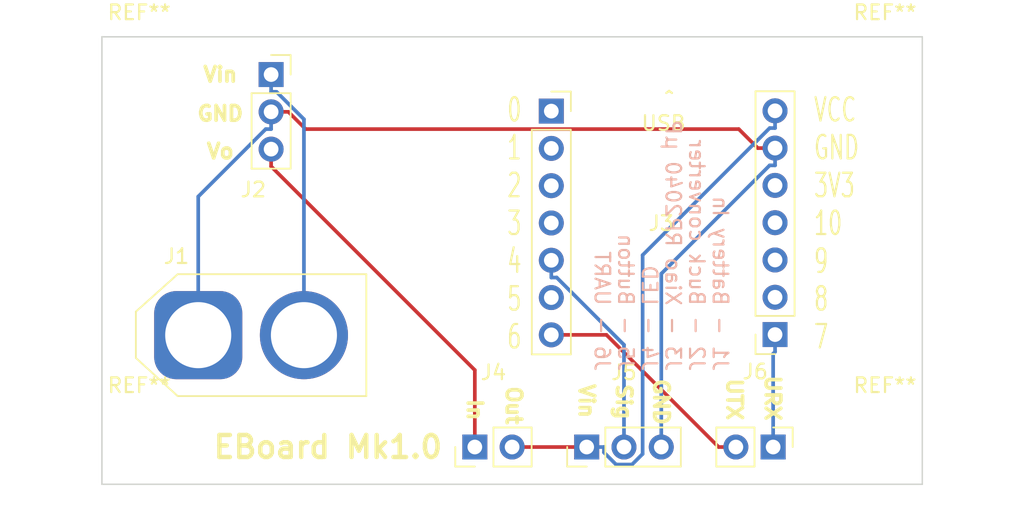
<source format=kicad_pcb>
(kicad_pcb (version 20211014) (generator pcbnew)
  (layers (0 "F.Cu" signal) (31 "B.Cu" signal) (34 "B.Paste" user) (35 "F.Paste" user) (36 "B.SilkS" user "B.Silkscreen") (37 "F.SilkS" user "F.Silkscreen") (38 "B.Mask" user) (39 "F.Mask" user) (44 "Edge.Cuts" user))
  (net 0 "")
  (net 1 "Vin")
  (net 2 "GND")
  (net 3 "V5")
  (net 5 "UART TX")
  (net 14 "UART RX")
  (net 15 "SIG_LED")
  (net 16 "ButtonOut")
  (footprint "MountingHole:MountingHole_3.2mm_M3" (layer "F.Cu") (at 66.04 40.64)
    (fp_text reference "REF**" (at 0 -4.2) (layer "F.SilkS"))
    (fp_text value "MountingHole_3.2mm_M3")
    (pad "" np_thru_hole circle (at 0 0) (size 3.2 3.2) (drill 3.2) (layers *.Cu *.Mask))
  )
  (footprint "MountingHole:MountingHole_3.2mm_M3" (layer "F.Cu") (at 15.24 40.64)
    (fp_text reference "REF**" (at 0 -4.2) (layer "F.SilkS"))
    (fp_text value "MountingHole_3.2mm_M3")
    (pad "" np_thru_hole circle (at 0 0) (size 3.2 3.2) (drill 3.2) (layers *.Cu *.Mask))
  )
  (footprint "Connector_PinHeader_2.54mm:PinHeader_1x02_P2.54mm_Vertical" (layer "F.Cu") (at 58.42 40.64 -90)
    (fp_text reference "J6" (at -5.134176 1.219948 180) (layer "F.SilkS"))
    (fp_text value "Conn_01x02_Male" hide)
    (fp_line (start -1.33 3.87) (end 1.33 3.87) (layer "F.SilkS") (width 0.12))
    (fp_line (start -1.33 0) (end -1.33 -1.33) (layer "F.SilkS") (width 0.12))
    (fp_line (start 1.33 1.27) (end 1.33 3.87) (layer "F.SilkS") (width 0.12))
    (fp_line (start -1.33 1.27) (end -1.33 3.87) (layer "F.SilkS") (width 0.12))
    (fp_line (start -1.33 1.27) (end 1.33 1.27) (layer "F.SilkS") (width 0.12))
    (fp_line (start -1.33 -1.33) (end 0 -1.33) (layer "F.SilkS") (width 0.12))
    (pad "1" thru_hole rect (at 0 0 270) (size 1.7 1.7) (drill 1) (layers *.Cu *.Mask) (net 14 "UART RX"))
    (pad "2" thru_hole oval (at 0 2.54 270) (size 1.7 1.7) (drill 1) (layers *.Cu *.Mask) (net 5 "UART TX"))
  )
  (footprint "Connector_PinSocket_2.54mm:PinSocket_1x07_P2.54mm_Vertical" (layer "F.Cu") (at 43.3097 17.76)
    (fp_text reference "J3" hide)
    (fp_text value "Conn_01x07_Female" hide)
    (fp_line (start 0 -1.33) (end 1.33 -1.33) (layer "F.SilkS") (width 0.12))
    (fp_line (start -1.33 1.27) (end 1.33 1.27) (layer "F.SilkS") (width 0.12))
    (fp_line (start 1.33 1.27) (end 1.33 16.57) (layer "F.SilkS") (width 0.12))
    (fp_line (start -1.33 16.57) (end 1.33 16.57) (layer "F.SilkS") (width 0.12))
    (fp_line (start -1.33 1.27) (end -1.33 16.57) (layer "F.SilkS") (width 0.12))
    (fp_line (start 1.33 -1.33) (end 1.33 0) (layer "F.SilkS") (width 0.12))
    (pad "1" thru_hole rect (at 0 0) (size 1.7 1.7) (drill 1) (layers *.Cu *.Mask))
    (pad "2" thru_hole oval (at 0 2.54) (size 1.7 1.7) (drill 1) (layers *.Cu *.Mask))
    (pad "3" thru_hole oval (at 0 5.08) (size 1.7 1.7) (drill 1) (layers *.Cu *.Mask))
    (pad "4" thru_hole oval (at 0 7.62) (size 1.7 1.7) (drill 1) (layers *.Cu *.Mask))
    (pad "5" thru_hole oval (at 0 10.16) (size 1.7 1.7) (drill 1) (layers *.Cu *.Mask) (net 15 "SIG_LED"))
    (pad "6" thru_hole oval (at 0 12.7) (size 1.7 1.7) (drill 1) (layers *.Cu *.Mask))
    (pad "7" thru_hole oval (at 0 15.24) (size 1.7 1.7) (drill 1) (layers *.Cu *.Mask) (net 5 "UART TX"))
  )
  (footprint "Connector_AMASS:AMASS_XT60-M_1x02_P7.20mm_Vertical" (layer "F.Cu") (at 19.26 33.02)
    (fp_text reference "J1" (at -1.48 -5.371225) (layer "F.SilkS"))
    (fp_text value "Conn_01x02_Male" hide)
    (fp_line (start -1.4 -4.15) (end -4.25 -1.6) (layer "F.SilkS") (width 0.12))
    (fp_line (start 11.45 4.15) (end 11.45 -4.15) (layer "F.SilkS") (width 0.12))
    (fp_line (start -4.25 1.55) (end -1.4 4.15) (layer "F.SilkS") (width 0.12))
    (fp_line (start 11.45 -4.15) (end -1.4 -4.15) (layer "F.SilkS") (width 0.12))
    (fp_line (start -1.4 4.15) (end 11.45 4.15) (layer "F.SilkS") (width 0.12))
    (fp_line (start -4.25 -1.6) (end -4.25 1.55) (layer "F.SilkS") (width 0.12))
    (pad "1" thru_hole roundrect (at 0 0) (size 6 6) (drill 4.5) (layers *.Cu *.Mask) (net 2 "GND"))
    (pad "2" thru_hole circle (at 7.2 0) (size 6 6) (drill 4.5) (layers *.Cu *.Mask) (net 1 "Vin"))
  )
  (footprint "MountingHole:MountingHole_3.2mm_M3" (layer "F.Cu") (at 15.24 15.24)
    (fp_text reference "REF**" (at 0 -4.2) (layer "F.SilkS"))
    (fp_text value "MountingHole_3.2mm_M3")
    (pad "" np_thru_hole circle (at 0 0) (size 3.2 3.2) (drill 3.2) (layers *.Cu *.Mask))
  )
  (footprint "Connector_PinSocket_2.54mm:PinSocket_1x07_P2.54mm_Vertical" (layer "F.Cu") (at 58.5497 32.98 180)
    (fp_text reference "J3_1" hide)
    (fp_text value "Conn_01x07_Female" hide)
    (fp_line (start 1.33 -1.33) (end 1.33 0) (layer "F.SilkS") (width 0.12))
    (fp_line (start -1.33 1.27) (end 1.33 1.27) (layer "F.SilkS") (width 0.12))
    (fp_line (start 0 -1.33) (end 1.33 -1.33) (layer "F.SilkS") (width 0.12))
    (fp_line (start -1.33 1.27) (end -1.33 16.57) (layer "F.SilkS") (width 0.12))
    (fp_line (start 1.33 1.27) (end 1.33 16.57) (layer "F.SilkS") (width 0.12))
    (fp_line (start -1.33 16.57) (end 1.33 16.57) (layer "F.SilkS") (width 0.12))
    (pad "1" thru_hole rect (at 0 0 180) (size 1.7 1.7) (drill 1) (layers *.Cu *.Mask) (net 14 "UART RX"))
    (pad "2" thru_hole oval (at 0 2.54 180) (size 1.7 1.7) (drill 1) (layers *.Cu *.Mask))
    (pad "3" thru_hole oval (at 0 5.08 180) (size 1.7 1.7) (drill 1) (layers *.Cu *.Mask))
    (pad "4" thru_hole oval (at 0 7.62 180) (size 1.7 1.7) (drill 1) (layers *.Cu *.Mask))
    (pad "5" thru_hole oval (at 0 10.16 180) (size 1.7 1.7) (drill 1) (layers *.Cu *.Mask))
    (pad "6" thru_hole oval (at 0 12.7 180) (size 1.7 1.7) (drill 1) (layers *.Cu *.Mask) (net 2 "GND"))
    (pad "7" thru_hole oval (at 0 15.24 180) (size 1.7 1.7) (drill 1) (layers *.Cu *.Mask) (net 16 "ButtonOut"))
  )
  (footprint "Connector_PinHeader_2.54mm:PinHeader_1x02_P2.54mm_Vertical" (layer "F.Cu") (at 38.1 40.64 90)
    (fp_text reference "J4" (at 5.08 1.27 180) (layer "F.SilkS"))
    (fp_text value "Conn_01x02_Male" hide)
    (fp_line (start -1.33 -1.33) (end 0 -1.33) (layer "F.SilkS") (width 0.12))
    (fp_line (start -1.33 1.27) (end -1.33 3.87) (layer "F.SilkS") (width 0.12))
    (fp_line (start -1.33 3.87) (end 1.33 3.87) (layer "F.SilkS") (width 0.12))
    (fp_line (start 1.33 1.27) (end 1.33 3.87) (layer "F.SilkS") (width 0.12))
    (fp_line (start -1.33 1.27) (end 1.33 1.27) (layer "F.SilkS") (width 0.12))
    (fp_line (start -1.33 0) (end -1.33 -1.33) (layer "F.SilkS") (width 0.12))
    (pad "1" thru_hole rect (at 0 0 90) (size 1.7 1.7) (drill 1) (layers *.Cu *.Mask) (net 3 "V5"))
    (pad "2" thru_hole oval (at 0 2.54 90) (size 1.7 1.7) (drill 1) (layers *.Cu *.Mask) (net 16 "ButtonOut"))
  )
  (footprint "Connector_PinHeader_2.54mm:PinHeader_1x03_P2.54mm_Vertical" (layer "F.Cu") (at 45.72 40.64 90)
    (fp_text reference "J5" (at 5.08 2.54 180) (layer "F.SilkS"))
    (fp_text value "Conn_01x03_Male" hide)
    (fp_line (start -1.33 1.27) (end -1.33 6.41) (layer "F.SilkS") (width 0.12))
    (fp_line (start -1.33 -1.33) (end 0 -1.33) (layer "F.SilkS") (width 0.12))
    (fp_line (start -1.33 0) (end -1.33 -1.33) (layer "F.SilkS") (width 0.12))
    (fp_line (start 1.33 1.27) (end 1.33 6.41) (layer "F.SilkS") (width 0.12))
    (fp_line (start -1.33 1.27) (end 1.33 1.27) (layer "F.SilkS") (width 0.12))
    (fp_line (start -1.33 6.41) (end 1.33 6.41) (layer "F.SilkS") (width 0.12))
    (pad "1" thru_hole rect (at 0 0 90) (size 1.7 1.7) (drill 1) (layers *.Cu *.Mask) (net 16 "ButtonOut"))
    (pad "2" thru_hole oval (at 0 2.54 90) (size 1.7 1.7) (drill 1) (layers *.Cu *.Mask) (net 15 "SIG_LED"))
    (pad "3" thru_hole oval (at 0 5.08 90) (size 1.7 1.7) (drill 1) (layers *.Cu *.Mask) (net 2 "GND"))
  )
  (footprint "MountingHole:MountingHole_3.2mm_M3" (layer "F.Cu") (at 66.04 15.24)
    (fp_text reference "REF**" (at 0 -4.2) (layer "F.SilkS"))
    (fp_text value "MountingHole_3.2mm_M3")
    (pad "" np_thru_hole circle (at 0 0) (size 3.2 3.2) (drill 3.2) (layers *.Cu *.Mask))
  )
  (footprint "Connector_PinSocket_2.54mm:PinSocket_1x03_P2.54mm_Vertical" (layer "F.Cu") (at 24.2247 15.27)
    (fp_text reference "J2" (at -1.21 7.838681 180) (layer "F.SilkS"))
    (fp_text value "Conn_01x03_Female" hide)
    (fp_line (start -1.33 6.41) (end 1.33 6.41) (layer "F.SilkS") (width 0.12))
    (fp_line (start -1.33 1.27) (end 1.33 1.27) (layer "F.SilkS") (width 0.12))
    (fp_line (start 1.33 -1.33) (end 1.33 0) (layer "F.SilkS") (width 0.12))
    (fp_line (start -1.33 1.27) (end -1.33 6.41) (layer "F.SilkS") (width 0.12))
    (fp_line (start 0 -1.33) (end 1.33 -1.33) (layer "F.SilkS") (width 0.12))
    (fp_line (start 1.33 1.27) (end 1.33 6.41) (layer "F.SilkS") (width 0.12))
    (pad "1" thru_hole rect (at 0 0) (size 1.7 1.7) (drill 1) (layers *.Cu *.Mask) (net 1 "Vin"))
    (pad "2" thru_hole oval (at 0 2.54) (size 1.7 1.7) (drill 1) (layers *.Cu *.Mask) (net 2 "GND"))
    (pad "3" thru_hole oval (at 0 5.08) (size 1.7 1.7) (drill 1) (layers *.Cu *.Mask) (net 3 "V5"))
  )
  (gr_line (start 12.7 43.18) (end 68.58 43.18) (layer "Edge.Cuts") (width 0.1))
  (gr_line (start 12.7 12.7) (end 12.7 43.18) (layer "Edge.Cuts") (width 0.1))
  (gr_line (start 68.58 12.7) (end 12.7 12.7) (layer "Edge.Cuts") (width 0.1))
  (gr_line (start 68.58 43.18) (end 68.58 12.7) (layer "Edge.Cuts") (width 0.1))
  (gr_text "J1 - Battery In\nJ2 - Buck converter\nJ3 - Xiao RP2040 µP\nJ4 - LED\nJ5 - Button\nJ6 - UART" (at 50.8 35.56 270) (layer "B.SilkS") (effects (font (size 1 1)) (justify left mirror)))
  (gr_text "Vin" (at 20.763356 15.268217) (layer "F.SilkS") (effects (font (size 1 1) (thickness 0.25))))
  (gr_text "GND" (at 50.8 37.565554 270) (layer "F.SilkS") (effects (font (size 1 1) (thickness 0.25))))
  (gr_text " ^\nUSB" (at 50.9547 17.78) (layer "F.SilkS") (effects (font (size 1 1))))
  (gr_text "Sig" (at 48.26 37.565554 270) (layer "F.SilkS") (effects (font (size 1 1) (thickness 0.25))))
  (gr_text "VCC\nGND\n3V3\n10\n9\n8\n7" (at 61.1147 25.4) (layer "F.SilkS") (effects (font (size 1.6 1)) (justify left)))
  (gr_text "Vo\n" (at 20.763356 20.495193) (layer "F.SilkS") (effects (font (size 1 1) (thickness 0.25))))
  (gr_text "J3" (at 50.8 25.4) (layer "F.SilkS") (effects (font (size 1 1))))
  (gr_text "UTX\n" (at 55.784394 37.392486 270) (layer "F.SilkS") (effects (font (size 1 1) (thickness 0.25))))
  (gr_text "In" (at 38.1 38.1 -90) (layer "F.SilkS") (effects (font (size 1 1) (thickness 0.25))))
  (gr_text "URX" (at 58.39451 37.309625 270) (layer "F.SilkS") (effects (font (size 1 1) (thickness 0.25))))
  (gr_text "0\n1\n2\n3\n4\n5\n6" (at 40.7947 25.4) (layer "F.SilkS") (effects (font (size 1.6 1))))
  (gr_text "Out" (at 40.755714 37.810714 270) (layer "F.SilkS") (effects (font (size 1 1) (thickness 0.25))))
  (gr_text "GND" (at 20.763356 17.930103) (layer "F.SilkS") (effects (font (size 1 1) (thickness 0.25))))
  (gr_text "EBoard Mk1.0" (at 28.0947 40.64) (layer "F.SilkS") (effects (font (size 1.5 1.5) (thickness 0.3))))
  (gr_text "Vin" (at 45.72 37.507204 270) (layer "F.SilkS") (effects (font (size 1 1) (thickness 0.25))))
  (segment (start 24.592 16.4453) (end 26.46 18.3133) (width 0.25) (layer "B.Cu") (net 1))
  (segment (start 24.2247 16.4453) (end 24.592 16.4453) (width 0.25) (layer "B.Cu") (net 1))
  (segment (start 26.46 18.3133) (end 26.46 33.02) (width 0.25) (layer "B.Cu") (net 1))
  (segment (start 24.2247 15.27) (end 24.2247 16.4453) (width 0.25) (layer "B.Cu") (net 1))
  (segment (start 24.2247 17.81) (end 25.4 17.81) (width 0.25) (layer "F.Cu") (net 2))
  (segment (start 26.5753 18.9853) (end 25.4 17.81) (width 0.25) (layer "F.Cu") (net 2))
  (segment (start 56.0797 18.9853) (end 26.5753 18.9853) (width 0.25) (layer "F.Cu") (net 2))
  (segment (start 57.3744 20.28) (end 56.0797 18.9853) (width 0.25) (layer "F.Cu") (net 2))
  (segment (start 58.5497 20.28) (end 57.3744 20.28) (width 0.25) (layer "F.Cu") (net 2))
  (segment (start 24.2247 17.81) (end 24.2247 18.9853) (width 0.25) (layer "B.Cu") (net 2))
  (segment (start 24.2247 18.9853) (end 23.8574 18.9853) (width 0.25) (layer "B.Cu") (net 2))
  (segment (start 23.8574 18.9853) (end 19.26 23.5827) (width 0.25) (layer "B.Cu") (net 2))
  (segment (start 19.26 23.5827) (end 19.26 33.02) (width 0.25) (layer "B.Cu") (net 2))
  (segment (start 58.1824 21.4553) (end 58.5497 21.4553) (width 0.25) (layer "B.Cu") (net 2))
  (segment (start 58.5497 20.28) (end 58.5497 21.4553) (width 0.25) (layer "B.Cu") (net 2))
  (segment (start 50.8 28.8377) (end 58.1824 21.4553) (width 0.25) (layer "B.Cu") (net 2))
  (segment (start 50.8 40.64) (end 50.8 28.8377) (width 0.25) (layer "B.Cu") (net 2))
  (segment (start 24.2247 20.35) (end 24.2247 21.5253) (width 0.25) (layer "F.Cu") (net 3))
  (segment (start 24.2247 21.5253) (end 38.1 35.4006) (width 0.25) (layer "F.Cu") (net 3))
  (segment (start 38.1 35.4006) (end 38.1 40.64) (width 0.25) (layer "F.Cu") (net 3))
  (segment (start 47.0647 33) (end 54.7047 40.64) (width 0.25) (layer "F.Cu") (net 5))
  (segment (start 43.3097 33) (end 47.0647 33) (width 0.25) (layer "F.Cu") (net 5))
  (segment (start 55.88 40.64) (end 54.7047 40.64) (width 0.25) (layer "F.Cu") (net 5))
  (segment (start 58.42 34.285) (end 58.42 40.64) (width 0.25) (layer "B.Cu") (net 14))
  (segment (start 58.5497 34.1553) (end 58.42 34.285) (width 0.25) (layer "B.Cu") (net 14))
  (segment (start 58.5497 32.98) (end 58.5497 34.1553) (width 0.25) (layer "B.Cu") (net 14))
  (segment (start 48.26 40.64) (end 48.26 33.6783) (width 0.25) (layer "B.Cu") (net 15))
  (segment (start 43.677 29.0953) (end 43.3097 29.0953) (width 0.25) (layer "B.Cu") (net 15))
  (segment (start 48.26 33.6783) (end 43.677 29.0953) (width 0.25) (layer "B.Cu") (net 15))
  (segment (start 43.3097 27.92) (end 43.3097 29.0953) (width 0.25) (layer "B.Cu") (net 15))
  (segment (start 45.72 40.64) (end 40.64 40.64) (width 0.25) (layer "F.Cu") (net 16))
  (segment (start 58.5497 17.74) (end 58.5497 18.9153) (width 0.25) (layer "B.Cu") (net 16))
  (segment (start 49.53 41.1102) (end 49.53 27.5677) (width 0.25) (layer "B.Cu") (net 16))
  (segment (start 48.8075 41.8327) (end 49.53 41.1102) (width 0.25) (layer "B.Cu") (net 16))
  (segment (start 47.7207 41.8327) (end 48.8075 41.8327) (width 0.25) (layer "B.Cu") (net 16))
  (segment (start 46.8953 40.64) (end 46.8953 41.0073) (width 0.25) (layer "B.Cu") (net 16))
  (segment (start 46.8953 41.0073) (end 47.7207 41.8327) (width 0.25) (layer "B.Cu") (net 16))
  (segment (start 58.1824 18.9153) (end 58.5497 18.9153) (width 0.25) (layer "B.Cu") (net 16))
  (segment (start 49.53 27.5677) (end 58.1824 18.9153) (width 0.25) (layer "B.Cu") (net 16))
  (segment (start 45.72 40.64) (end 46.8953 40.64) (width 0.25) (layer "B.Cu") (net 16))
)
</source>
